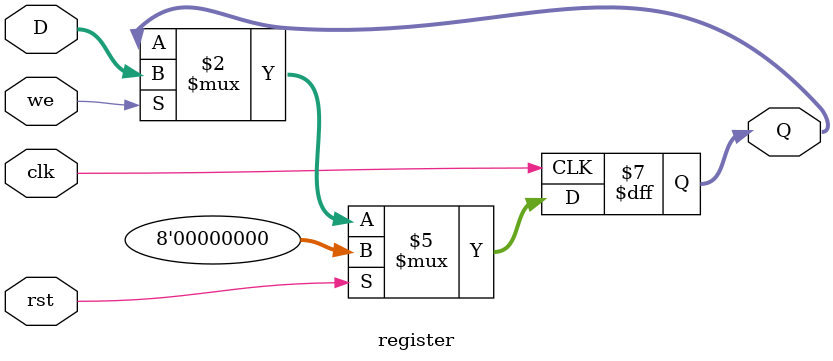
<source format=sv>
`default_nettype none

module register
#(parameter DATA_WIDTH=8)
 (input  logic clk, rst, we,
  input  logic [DATA_WIDTH-1:0] D,
  output logic [DATA_WIDTH-1:0] Q);

  always_ff @(posedge clk)
    if (rst)
      Q <= 'b0;
    else if (we)
      Q <= D;
endmodule : register

</source>
